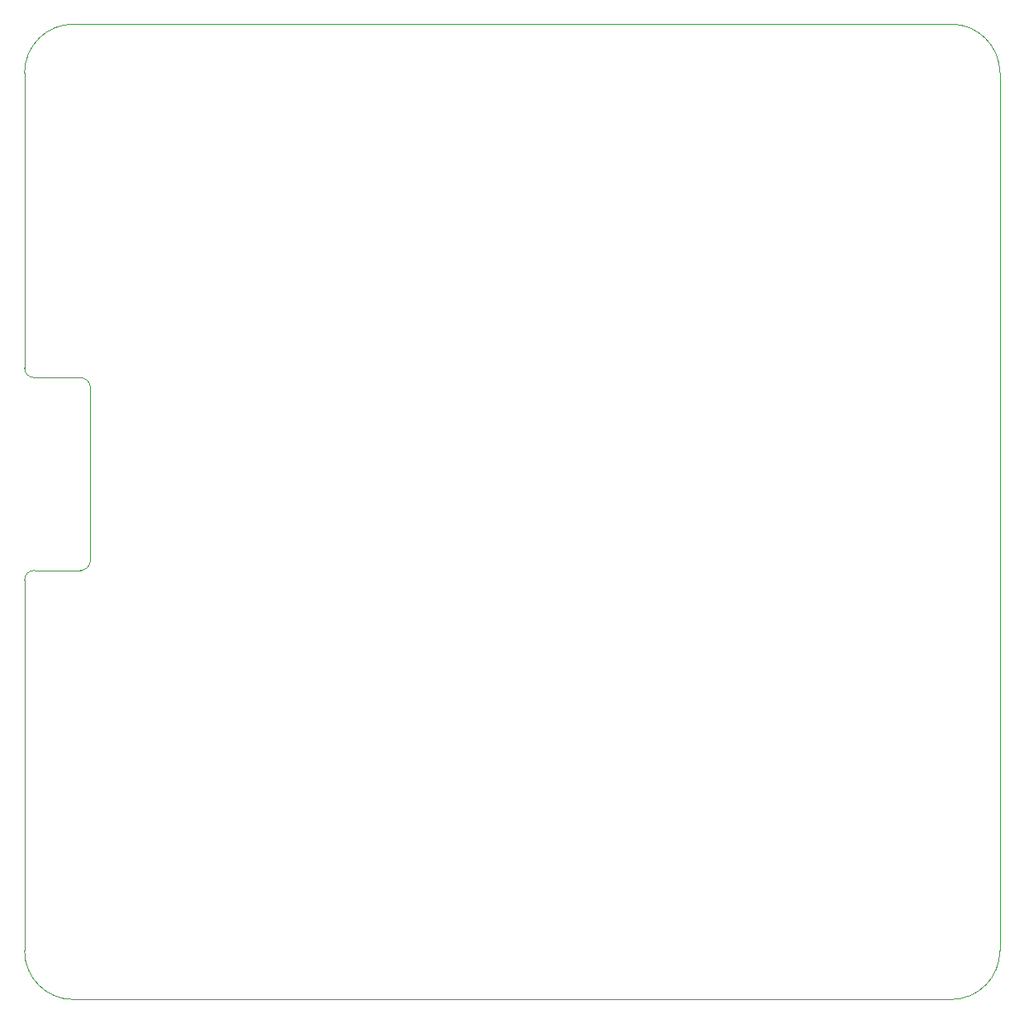
<source format=gbr>
%TF.GenerationSoftware,Altium Limited,Altium Designer,25.8.1 (18)*%
G04 Layer_Color=0*
%FSLAX45Y45*%
%MOMM*%
%TF.SameCoordinates,5F8AD7AF-A6C7-491F-921A-1EE88451CE46*%
%TF.FilePolarity,Positive*%
%TF.FileFunction,Profile,NP*%
%TF.Part,Single*%
G01*
G75*
%TA.AperFunction,Profile*%
%ADD111C,0.02540*%
D111*
X0Y500000D02*
X-0Y4300000D01*
D02*
G02*
X100000Y4400000I100000J0D01*
G01*
X575000D01*
D02*
G03*
X675000Y4500000I0J100000D01*
G01*
Y6274999D01*
D02*
G03*
X575000Y6374999I-100000J0D01*
G01*
X100000Y6374999D01*
D02*
G02*
X-0Y6474999I0J100000D01*
G01*
X0Y9500000D01*
D02*
G02*
X500000Y10000000I500000J0D01*
G01*
X9500000D01*
D02*
G02*
X10000000Y9500000I0J-500000D01*
G01*
Y500000D01*
D02*
G02*
X9500000Y0I-500000J0D01*
G01*
X500000D01*
D02*
G02*
X0Y500000I0J500000D01*
G01*
%TF.MD5,26bccb7dd3447a09371381aab60dee95*%
M02*

</source>
